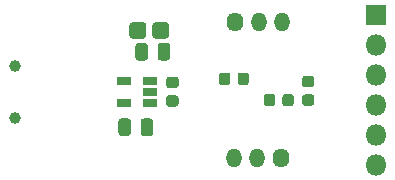
<source format=gbr>
G04 #@! TF.GenerationSoftware,KiCad,Pcbnew,(5.1.6)-1*
G04 #@! TF.CreationDate,2021-04-01T10:41:09+07:00*
G04 #@! TF.ProjectId,esp-avr-usb-converter,6573702d-6176-4722-9d75-73622d636f6e,rev?*
G04 #@! TF.SameCoordinates,Original*
G04 #@! TF.FileFunction,Soldermask,Bot*
G04 #@! TF.FilePolarity,Negative*
%FSLAX46Y46*%
G04 Gerber Fmt 4.6, Leading zero omitted, Abs format (unit mm)*
G04 Created by KiCad (PCBNEW (5.1.6)-1) date 2021-04-01 10:41:09*
%MOMM*%
%LPD*%
G01*
G04 APERTURE LIST*
%ADD10C,1.000000*%
%ADD11R,1.800000X1.800000*%
%ADD12O,1.800000X1.800000*%
%ADD13O,1.300000X1.624000*%
%ADD14O,1.400000X1.624000*%
%ADD15R,1.160000X0.750000*%
G04 APERTURE END LIST*
G04 #@! TO.C,C1*
G36*
G01*
X131637500Y-84218750D02*
X131637500Y-85181250D01*
G75*
G02*
X131368750Y-85450000I-268750J0D01*
G01*
X130831250Y-85450000D01*
G75*
G02*
X130562500Y-85181250I0J268750D01*
G01*
X130562500Y-84218750D01*
G75*
G02*
X130831250Y-83950000I268750J0D01*
G01*
X131368750Y-83950000D01*
G75*
G02*
X131637500Y-84218750I0J-268750D01*
G01*
G37*
G36*
G01*
X133512500Y-84218750D02*
X133512500Y-85181250D01*
G75*
G02*
X133243750Y-85450000I-268750J0D01*
G01*
X132706250Y-85450000D01*
G75*
G02*
X132437500Y-85181250I0J268750D01*
G01*
X132437500Y-84218750D01*
G75*
G02*
X132706250Y-83950000I268750J0D01*
G01*
X133243750Y-83950000D01*
G75*
G02*
X133512500Y-84218750I0J-268750D01*
G01*
G37*
G04 #@! TD*
G04 #@! TO.C,C2*
G36*
G01*
X129125000Y-91581250D02*
X129125000Y-90618750D01*
G75*
G02*
X129393750Y-90350000I268750J0D01*
G01*
X129931250Y-90350000D01*
G75*
G02*
X130200000Y-90618750I0J-268750D01*
G01*
X130200000Y-91581250D01*
G75*
G02*
X129931250Y-91850000I-268750J0D01*
G01*
X129393750Y-91850000D01*
G75*
G02*
X129125000Y-91581250I0J268750D01*
G01*
G37*
G36*
G01*
X131000000Y-91581250D02*
X131000000Y-90618750D01*
G75*
G02*
X131268750Y-90350000I268750J0D01*
G01*
X131806250Y-90350000D01*
G75*
G02*
X132075000Y-90618750I0J-268750D01*
G01*
X132075000Y-91581250D01*
G75*
G02*
X131806250Y-91850000I-268750J0D01*
G01*
X131268750Y-91850000D01*
G75*
G02*
X131000000Y-91581250I0J268750D01*
G01*
G37*
G04 #@! TD*
D10*
G04 #@! TO.C,J1*
X120400000Y-85900000D03*
X120400000Y-90300000D03*
G04 #@! TD*
D11*
G04 #@! TO.C,J2*
X150900000Y-81600000D03*
D12*
X150900000Y-84140000D03*
X150900000Y-86680000D03*
X150900000Y-89220000D03*
X150900000Y-91760000D03*
X150900000Y-94300000D03*
G04 #@! TD*
G04 #@! TO.C,R1*
G36*
G01*
X133418750Y-86812500D02*
X133981250Y-86812500D01*
G75*
G02*
X134225000Y-87056250I0J-243750D01*
G01*
X134225000Y-87543750D01*
G75*
G02*
X133981250Y-87787500I-243750J0D01*
G01*
X133418750Y-87787500D01*
G75*
G02*
X133175000Y-87543750I0J243750D01*
G01*
X133175000Y-87056250D01*
G75*
G02*
X133418750Y-86812500I243750J0D01*
G01*
G37*
G36*
G01*
X133418750Y-88387500D02*
X133981250Y-88387500D01*
G75*
G02*
X134225000Y-88631250I0J-243750D01*
G01*
X134225000Y-89118750D01*
G75*
G02*
X133981250Y-89362500I-243750J0D01*
G01*
X133418750Y-89362500D01*
G75*
G02*
X133175000Y-89118750I0J243750D01*
G01*
X133175000Y-88631250D01*
G75*
G02*
X133418750Y-88387500I243750J0D01*
G01*
G37*
G04 #@! TD*
G04 #@! TO.C,R2*
G36*
G01*
X139212500Y-87281250D02*
X139212500Y-86718750D01*
G75*
G02*
X139456250Y-86475000I243750J0D01*
G01*
X139943750Y-86475000D01*
G75*
G02*
X140187500Y-86718750I0J-243750D01*
G01*
X140187500Y-87281250D01*
G75*
G02*
X139943750Y-87525000I-243750J0D01*
G01*
X139456250Y-87525000D01*
G75*
G02*
X139212500Y-87281250I0J243750D01*
G01*
G37*
G36*
G01*
X137637500Y-87281250D02*
X137637500Y-86718750D01*
G75*
G02*
X137881250Y-86475000I243750J0D01*
G01*
X138368750Y-86475000D01*
G75*
G02*
X138612500Y-86718750I0J-243750D01*
G01*
X138612500Y-87281250D01*
G75*
G02*
X138368750Y-87525000I-243750J0D01*
G01*
X137881250Y-87525000D01*
G75*
G02*
X137637500Y-87281250I0J243750D01*
G01*
G37*
G04 #@! TD*
G04 #@! TO.C,R3*
G36*
G01*
X141437500Y-89081250D02*
X141437500Y-88518750D01*
G75*
G02*
X141681250Y-88275000I243750J0D01*
G01*
X142168750Y-88275000D01*
G75*
G02*
X142412500Y-88518750I0J-243750D01*
G01*
X142412500Y-89081250D01*
G75*
G02*
X142168750Y-89325000I-243750J0D01*
G01*
X141681250Y-89325000D01*
G75*
G02*
X141437500Y-89081250I0J243750D01*
G01*
G37*
G36*
G01*
X143012500Y-89081250D02*
X143012500Y-88518750D01*
G75*
G02*
X143256250Y-88275000I243750J0D01*
G01*
X143743750Y-88275000D01*
G75*
G02*
X143987500Y-88518750I0J-243750D01*
G01*
X143987500Y-89081250D01*
G75*
G02*
X143743750Y-89325000I-243750J0D01*
G01*
X143256250Y-89325000D01*
G75*
G02*
X143012500Y-89081250I0J243750D01*
G01*
G37*
G04 #@! TD*
G04 #@! TO.C,R4*
G36*
G01*
X144918750Y-88312500D02*
X145481250Y-88312500D01*
G75*
G02*
X145725000Y-88556250I0J-243750D01*
G01*
X145725000Y-89043750D01*
G75*
G02*
X145481250Y-89287500I-243750J0D01*
G01*
X144918750Y-89287500D01*
G75*
G02*
X144675000Y-89043750I0J243750D01*
G01*
X144675000Y-88556250D01*
G75*
G02*
X144918750Y-88312500I243750J0D01*
G01*
G37*
G36*
G01*
X144918750Y-86737500D02*
X145481250Y-86737500D01*
G75*
G02*
X145725000Y-86981250I0J-243750D01*
G01*
X145725000Y-87468750D01*
G75*
G02*
X145481250Y-87712500I-243750J0D01*
G01*
X144918750Y-87712500D01*
G75*
G02*
X144675000Y-87468750I0J243750D01*
G01*
X144675000Y-86981250D01*
G75*
G02*
X144918750Y-86737500I243750J0D01*
G01*
G37*
G04 #@! TD*
D13*
G04 #@! TO.C,SW1*
X140900000Y-93700000D03*
D14*
X142900000Y-93700000D03*
D13*
X138900000Y-93700000D03*
G04 #@! TD*
G04 #@! TO.C,SW2*
X143000000Y-82200000D03*
D14*
X139000000Y-82200000D03*
D13*
X141000000Y-82200000D03*
G04 #@! TD*
D15*
G04 #@! TO.C,U1*
X131800000Y-87150000D03*
X131800000Y-88100000D03*
X131800000Y-89050000D03*
X129600000Y-89050000D03*
X129600000Y-87150000D03*
G04 #@! TD*
G04 #@! TO.C,D2*
G36*
G01*
X133412500Y-82469231D02*
X133412500Y-83330769D01*
G75*
G02*
X133143269Y-83600000I-269231J0D01*
G01*
X132256731Y-83600000D01*
G75*
G02*
X131987500Y-83330769I0J269231D01*
G01*
X131987500Y-82469231D01*
G75*
G02*
X132256731Y-82200000I269231J0D01*
G01*
X133143269Y-82200000D01*
G75*
G02*
X133412500Y-82469231I0J-269231D01*
G01*
G37*
G36*
G01*
X131487500Y-82469231D02*
X131487500Y-83330769D01*
G75*
G02*
X131218269Y-83600000I-269231J0D01*
G01*
X130331731Y-83600000D01*
G75*
G02*
X130062500Y-83330769I0J269231D01*
G01*
X130062500Y-82469231D01*
G75*
G02*
X130331731Y-82200000I269231J0D01*
G01*
X131218269Y-82200000D01*
G75*
G02*
X131487500Y-82469231I0J-269231D01*
G01*
G37*
G04 #@! TD*
M02*

</source>
